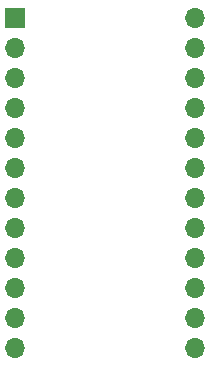
<source format=gbr>
%TF.GenerationSoftware,KiCad,Pcbnew,(5.1.6)-1*%
%TF.CreationDate,2021-05-02T13:18:50+02:00*%
%TF.ProjectId,cal-fram,63616c2d-6672-4616-9d2e-6b696361645f,rev?*%
%TF.SameCoordinates,Original*%
%TF.FileFunction,Soldermask,Bot*%
%TF.FilePolarity,Negative*%
%FSLAX46Y46*%
G04 Gerber Fmt 4.6, Leading zero omitted, Abs format (unit mm)*
G04 Created by KiCad (PCBNEW (5.1.6)-1) date 2021-05-02 13:18:50*
%MOMM*%
%LPD*%
G01*
G04 APERTURE LIST*
%ADD10O,1.700000X1.700000*%
%ADD11R,1.700000X1.700000*%
G04 APERTURE END LIST*
D10*
%TO.C,J1*%
X160240000Y-70000000D03*
X145000000Y-97940000D03*
X160240000Y-72540000D03*
X145000000Y-95400000D03*
X160240000Y-75080000D03*
X145000000Y-92860000D03*
X160240000Y-77620000D03*
X145000000Y-90320000D03*
X160240000Y-80160000D03*
X145000000Y-87780000D03*
X160240000Y-82700000D03*
X145000000Y-85240000D03*
X160240000Y-85240000D03*
X145000000Y-82700000D03*
X160240000Y-87780000D03*
X145000000Y-80160000D03*
X160240000Y-90320000D03*
X145000000Y-77620000D03*
X160240000Y-92860000D03*
X145000000Y-75080000D03*
X160240000Y-95400000D03*
X145000000Y-72540000D03*
X160240000Y-97940000D03*
D11*
X145000000Y-70000000D03*
%TD*%
M02*

</source>
